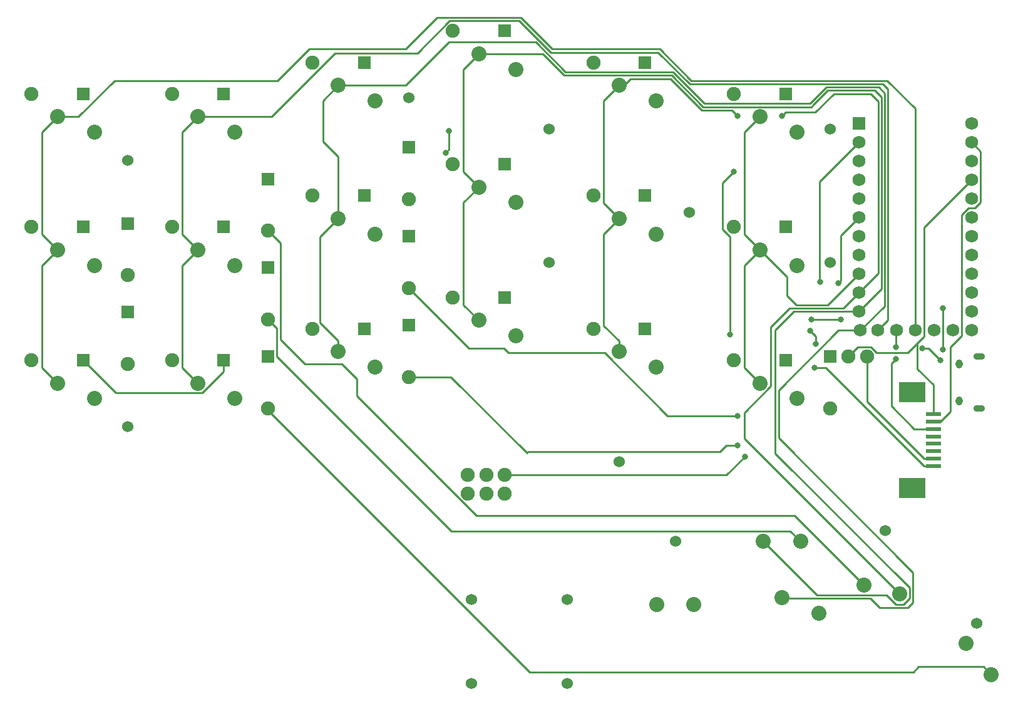
<source format=gbr>
%TF.GenerationSoftware,KiCad,Pcbnew,(6.0.4)*%
%TF.CreationDate,2023-12-03T23:36:56-08:00*%
%TF.ProjectId,left,6c656674-2e6b-4696-9361-645f70636258,v1.0.0*%
%TF.SameCoordinates,Original*%
%TF.FileFunction,Copper,L2,Bot*%
%TF.FilePolarity,Positive*%
%FSLAX46Y46*%
G04 Gerber Fmt 4.6, Leading zero omitted, Abs format (unit mm)*
G04 Created by KiCad (PCBNEW (6.0.4)) date 2023-12-03 23:36:56*
%MOMM*%
%LPD*%
G01*
G04 APERTURE LIST*
%TA.AperFunction,SMDPad,CuDef*%
%ADD10R,2.000000X0.610000*%
%TD*%
%TA.AperFunction,SMDPad,CuDef*%
%ADD11R,3.600000X2.680000*%
%TD*%
%TA.AperFunction,ComponentPad*%
%ADD12O,0.950000X1.250000*%
%TD*%
%TA.AperFunction,ComponentPad*%
%ADD13O,1.550000X0.890000*%
%TD*%
%TA.AperFunction,ComponentPad*%
%ADD14C,2.032000*%
%TD*%
%TA.AperFunction,ComponentPad*%
%ADD15C,1.905000*%
%TD*%
%TA.AperFunction,ComponentPad*%
%ADD16R,1.778000X1.778000*%
%TD*%
%TA.AperFunction,ComponentPad*%
%ADD17R,1.752600X1.752600*%
%TD*%
%TA.AperFunction,ComponentPad*%
%ADD18C,1.752600*%
%TD*%
%TA.AperFunction,ComponentPad*%
%ADD19C,1.524000*%
%TD*%
%TA.AperFunction,ViaPad*%
%ADD20C,0.800000*%
%TD*%
%TA.AperFunction,Conductor*%
%ADD21C,0.250000*%
%TD*%
G04 APERTURE END LIST*
D10*
%TO.P,,1*%
%TO.N,D2*%
X268450000Y-155300000D03*
%TO.P,,2*%
%TO.N,trackpoint_reset*%
X268450000Y-154300000D03*
%TO.P,,3*%
%TO.N,N/C*%
X268450000Y-153300000D03*
%TO.P,,4*%
X268450000Y-152300000D03*
%TO.P,,5*%
X268450000Y-151300000D03*
%TO.P,,6*%
%TO.N,D5*%
X268450000Y-150300000D03*
%TO.P,,7*%
%TO.N,GND*%
X268450000Y-149300000D03*
%TO.P,,8*%
%TO.N,VCC*%
X268450000Y-148300000D03*
D11*
%TO.P,,MP*%
%TO.N,N/C*%
X265650000Y-145310000D03*
X265650000Y-158290000D03*
%TD*%
D12*
%TO.P,,6*%
%TO.N,N/C*%
X272000000Y-141500000D03*
D13*
X274700000Y-140500000D03*
D12*
X272000000Y-146500000D03*
D13*
X274700000Y-147500000D03*
%TD*%
D14*
%TO.P,M2,1*%
%TO.N,mr_diode*%
X259074261Y-171395195D03*
%TO.P,M2,2*%
%TO.N,E6*%
X263925739Y-172604805D03*
%TD*%
%TO.P,S1,1*%
%TO.N,outer_bottom*%
X155000000Y-146200000D03*
%TO.P,S1,2*%
%TO.N,C7*%
X150000000Y-144100000D03*
%TD*%
%TO.P,S2,1*%
%TO.N,outer_home*%
X155000000Y-128200000D03*
%TO.P,S2,2*%
%TO.N,C7*%
X150000000Y-126100000D03*
%TD*%
%TO.P,S3,1*%
%TO.N,outer_top*%
X155000000Y-110200000D03*
%TO.P,S3,2*%
%TO.N,C7*%
X150000000Y-108100000D03*
%TD*%
%TO.P,S4,1*%
%TO.N,pinky_bottom*%
X174000000Y-146200000D03*
%TO.P,S4,2*%
%TO.N,B7*%
X169000000Y-144100000D03*
%TD*%
%TO.P,S5,1*%
%TO.N,pinky_home*%
X174000000Y-128200000D03*
%TO.P,S5,2*%
%TO.N,B7*%
X169000000Y-126100000D03*
%TD*%
%TO.P,S6,1*%
%TO.N,pinky_top*%
X174000000Y-110200000D03*
%TO.P,S6,2*%
%TO.N,B7*%
X169000000Y-108100000D03*
%TD*%
%TO.P,S7,1*%
%TO.N,ring_bottom*%
X193000000Y-141950000D03*
%TO.P,S7,2*%
%TO.N,B5*%
X188000000Y-139850000D03*
%TD*%
%TO.P,S8,1*%
%TO.N,ring_home*%
X193000000Y-123950000D03*
%TO.P,S8,2*%
%TO.N,B5*%
X188000000Y-121850000D03*
%TD*%
%TO.P,S9,1*%
%TO.N,ring_top*%
X193000000Y-105950000D03*
%TO.P,S9,2*%
%TO.N,B5*%
X188000000Y-103850000D03*
%TD*%
%TO.P,S10,1*%
%TO.N,middle_bottom*%
X212000000Y-137700000D03*
%TO.P,S10,2*%
%TO.N,B4*%
X207000000Y-135600000D03*
%TD*%
%TO.P,S11,1*%
%TO.N,middle_home*%
X212000000Y-119700000D03*
%TO.P,S11,2*%
%TO.N,B4*%
X207000000Y-117600000D03*
%TD*%
%TO.P,S12,1*%
%TO.N,middle_top*%
X212000000Y-101700000D03*
%TO.P,S12,2*%
%TO.N,B4*%
X207000000Y-99600000D03*
%TD*%
%TO.P,S13,1*%
%TO.N,index_bottom*%
X231000000Y-141950000D03*
%TO.P,S13,2*%
%TO.N,E6*%
X226000000Y-139850000D03*
%TD*%
%TO.P,S14,1*%
%TO.N,index_home*%
X231000000Y-123950000D03*
%TO.P,S14,2*%
%TO.N,E6*%
X226000000Y-121850000D03*
%TD*%
%TO.P,S15,1*%
%TO.N,index_top*%
X231000000Y-105950000D03*
%TO.P,S15,2*%
%TO.N,E6*%
X226000000Y-103850000D03*
%TD*%
%TO.P,S16,1*%
%TO.N,inner_bottom*%
X250000000Y-146200000D03*
%TO.P,S16,2*%
%TO.N,D7*%
X245000000Y-144100000D03*
%TD*%
%TO.P,S17,1*%
%TO.N,inner_home*%
X250000000Y-128200000D03*
%TO.P,S17,2*%
%TO.N,D7*%
X245000000Y-126100000D03*
%TD*%
%TO.P,S18,1*%
%TO.N,inner_top*%
X250000000Y-110200000D03*
%TO.P,S18,2*%
%TO.N,D7*%
X245000000Y-108100000D03*
%TD*%
%TO.P,S19,1*%
%TO.N,inner_thumb*%
X253000000Y-175200000D03*
%TO.P,S19,2*%
%TO.N,B5*%
X248000000Y-173100000D03*
%TD*%
%TO.P,S20,1*%
%TO.N,far_thumb*%
X276311976Y-183505609D03*
%TO.P,S20,2*%
%TO.N,D7*%
X272883128Y-179304061D03*
%TD*%
D15*
%TO.P,D1,1*%
%TO.N,outer_bottom*%
X146500000Y-141000000D03*
D16*
%TO.P,D1,2*%
%TO.N,C6*%
X153500000Y-141000000D03*
%TD*%
D15*
%TO.P,D2,1*%
%TO.N,outer_home*%
X146500000Y-123000000D03*
D16*
%TO.P,D2,2*%
%TO.N,D4*%
X153500000Y-123000000D03*
%TD*%
D15*
%TO.P,D3,1*%
%TO.N,outer_top*%
X146500000Y-105000000D03*
D16*
%TO.P,D3,2*%
%TO.N,D3*%
X153500000Y-105000000D03*
%TD*%
D15*
%TO.P,D4,1*%
%TO.N,pinky_bottom*%
X165500000Y-141000000D03*
D16*
%TO.P,D4,2*%
%TO.N,C6*%
X172500000Y-141000000D03*
%TD*%
D15*
%TO.P,D5,1*%
%TO.N,pinky_home*%
X165500000Y-123000000D03*
D16*
%TO.P,D5,2*%
%TO.N,D4*%
X172500000Y-123000000D03*
%TD*%
D15*
%TO.P,D6,1*%
%TO.N,pinky_top*%
X165500000Y-105000000D03*
D16*
%TO.P,D6,2*%
%TO.N,D3*%
X172500000Y-105000000D03*
%TD*%
D15*
%TO.P,D7,1*%
%TO.N,ring_bottom*%
X184500000Y-136750000D03*
D16*
%TO.P,D7,2*%
%TO.N,C6*%
X191500000Y-136750000D03*
%TD*%
D15*
%TO.P,D8,1*%
%TO.N,ring_home*%
X184500000Y-118750000D03*
D16*
%TO.P,D8,2*%
%TO.N,D4*%
X191500000Y-118750000D03*
%TD*%
D15*
%TO.P,D9,1*%
%TO.N,ring_top*%
X184500000Y-100750000D03*
D16*
%TO.P,D9,2*%
%TO.N,D3*%
X191500000Y-100750000D03*
%TD*%
D15*
%TO.P,D10,1*%
%TO.N,middle_bottom*%
X203500000Y-132500000D03*
D16*
%TO.P,D10,2*%
%TO.N,C6*%
X210500000Y-132500000D03*
%TD*%
D15*
%TO.P,D11,1*%
%TO.N,middle_home*%
X203500000Y-114500000D03*
D16*
%TO.P,D11,2*%
%TO.N,D4*%
X210500000Y-114500000D03*
%TD*%
D15*
%TO.P,D12,1*%
%TO.N,middle_top*%
X203500000Y-96500000D03*
D16*
%TO.P,D12,2*%
%TO.N,D3*%
X210500000Y-96500000D03*
%TD*%
D15*
%TO.P,D13,1*%
%TO.N,index_bottom*%
X222500000Y-136750000D03*
D16*
%TO.P,D13,2*%
%TO.N,C6*%
X229500000Y-136750000D03*
%TD*%
D15*
%TO.P,D14,1*%
%TO.N,index_home*%
X222500000Y-118750000D03*
D16*
%TO.P,D14,2*%
%TO.N,D4*%
X229500000Y-118750000D03*
%TD*%
D15*
%TO.P,D15,1*%
%TO.N,index_top*%
X222500000Y-100750000D03*
D16*
%TO.P,D15,2*%
%TO.N,D3*%
X229500000Y-100750000D03*
%TD*%
D15*
%TO.P,D16,1*%
%TO.N,inner_bottom*%
X241500000Y-141000000D03*
D16*
%TO.P,D16,2*%
%TO.N,C6*%
X248500000Y-141000000D03*
%TD*%
D15*
%TO.P,D17,1*%
%TO.N,inner_home*%
X241500000Y-123000000D03*
D16*
%TO.P,D17,2*%
%TO.N,D4*%
X248500000Y-123000000D03*
%TD*%
D15*
%TO.P,D18,1*%
%TO.N,inner_top*%
X241500000Y-105000000D03*
D16*
%TO.P,D18,2*%
%TO.N,D3*%
X248500000Y-105000000D03*
%TD*%
D17*
%TO.P,,1*%
%TO.N,D3*%
X258380000Y-109030000D03*
D18*
%TO.P,,2*%
%TO.N,D2*%
X258380000Y-111570000D03*
%TO.P,,3*%
%TO.N,GND*%
X258380000Y-114110000D03*
%TO.P,,4*%
X258380000Y-116650000D03*
%TO.P,,5*%
%TO.N,D1*%
X258380000Y-119190000D03*
%TO.P,,6*%
%TO.N,D0*%
X258380000Y-121730000D03*
%TO.P,,7*%
%TO.N,D4*%
X258380000Y-124270000D03*
%TO.P,,8*%
%TO.N,C6*%
X258380000Y-126810000D03*
%TO.P,,9*%
%TO.N,D7*%
X258380000Y-129350000D03*
%TO.P,,10*%
%TO.N,E6*%
X258380000Y-131890000D03*
%TO.P,,11*%
%TO.N,B4*%
X258380000Y-134430000D03*
%TO.P,,12*%
%TO.N,B5*%
X258608600Y-136970000D03*
%TO.P,,13*%
%TO.N,B6*%
X273620000Y-136970000D03*
%TO.P,,14*%
%TO.N,B2*%
X273620000Y-134430000D03*
%TO.P,,15*%
%TO.N,B3*%
X273620000Y-131890000D03*
%TO.P,,16*%
%TO.N,B1*%
X273620000Y-129350000D03*
%TO.P,,17*%
%TO.N,F7*%
X273620000Y-126810000D03*
%TO.P,,18*%
%TO.N,F6*%
X273620000Y-124270000D03*
%TO.P,,19*%
%TO.N,F5*%
X273620000Y-121730000D03*
%TO.P,,20*%
%TO.N,F4*%
X273620000Y-119190000D03*
%TO.P,,21*%
%TO.N,VCC*%
X273620000Y-116650000D03*
%TO.P,,22*%
%TO.N,RST*%
X273620000Y-114110000D03*
%TO.P,,23*%
%TO.N,GND*%
X273620000Y-111570000D03*
%TO.P,,24*%
%TO.N,B0*%
X273620000Y-109030000D03*
%TO.P,,25*%
%TO.N,B7*%
X260920000Y-136970000D03*
%TO.P,,26*%
%TO.N,D5*%
X263460000Y-136970000D03*
%TO.P,,27*%
%TO.N,C7*%
X266000000Y-136970000D03*
%TO.P,,28*%
%TO.N,F1*%
X268540000Y-136970000D03*
%TO.P,,29*%
%TO.N,F0*%
X271080000Y-136970000D03*
%TD*%
D14*
%TO.P,M1,1*%
%TO.N,B7*%
X231100000Y-174000000D03*
%TO.P,M1,2*%
%TO.N,ml_diode*%
X236100000Y-174000000D03*
%TD*%
%TO.P,M3,1*%
%TO.N,B4*%
X245500000Y-165500000D03*
%TO.P,M3,2*%
%TO.N,mm_diode*%
X250500000Y-165500000D03*
%TD*%
D19*
%TO.P,,1*%
%TO.N,N/C*%
X262000000Y-164000000D03*
%TD*%
%TO.P,,1*%
%TO.N,N/C*%
X233600000Y-165500000D03*
%TD*%
D15*
%TO.P,D21,1*%
%TO.N,ml_diode*%
X159500000Y-129500000D03*
D16*
%TO.P,D21,2*%
%TO.N,F1*%
X159500000Y-122500000D03*
%TD*%
D15*
%TO.P,D22,1*%
%TO.N,inner_thumb*%
X159500000Y-141500000D03*
D16*
%TO.P,D22,2*%
%TO.N,F1*%
X159500000Y-134500000D03*
%TD*%
D15*
%TO.P,D23,1*%
%TO.N,mr_diode*%
X178500000Y-123500000D03*
D16*
%TO.P,D23,2*%
%TO.N,F1*%
X178500000Y-116500000D03*
%TD*%
D15*
%TO.P,D24,1*%
%TO.N,mm_diode*%
X178500000Y-135500000D03*
D16*
%TO.P,D24,2*%
%TO.N,F1*%
X178500000Y-128500000D03*
%TD*%
D15*
%TO.P,D25,1*%
%TO.N,far_thumb*%
X178500000Y-147500000D03*
D16*
%TO.P,D25,2*%
%TO.N,F1*%
X178500000Y-140500000D03*
%TD*%
D15*
%TO.P,D26,1*%
%TO.N,trackpoint_reset*%
X197500000Y-143250000D03*
D16*
%TO.P,D26,2*%
%TO.N,GND*%
X197500000Y-136250000D03*
%TD*%
D15*
%TO.P,D27,1*%
%TO.N,VCC*%
X197500000Y-131250000D03*
D16*
%TO.P,D27,2*%
%TO.N,D2*%
X197500000Y-124250000D03*
%TD*%
D15*
%TO.P,D28,1*%
%TO.N,VCC*%
X197500000Y-119250000D03*
D16*
%TO.P,D28,2*%
%TO.N,D5*%
X197500000Y-112250000D03*
%TD*%
D15*
%TO.P,D29,0*%
%TO.N,B4*%
X205500000Y-159000000D03*
%TO.P,D29,1*%
%TO.N,B5*%
X208000000Y-159000000D03*
%TO.P,D29,2*%
%TO.N,B7*%
X210500000Y-159000000D03*
%TO.P,D29,3*%
%TO.N,E6*%
X205500000Y-156500000D03*
%TO.P,D29,4*%
%TO.N,D7*%
X208000000Y-156500000D03*
%TO.P,D29,5*%
%TO.N,F0*%
X210500000Y-156500000D03*
%TD*%
D19*
%TO.P,,1*%
%TO.N,N/C*%
X219000000Y-173300000D03*
%TD*%
%TO.P,,1*%
%TO.N,N/C*%
X219000000Y-184700000D03*
%TD*%
%TO.P,,1*%
%TO.N,N/C*%
X206000000Y-173300000D03*
%TD*%
%TO.P,,1*%
%TO.N,N/C*%
X206000000Y-184700000D03*
%TD*%
%TO.P,,1*%
%TO.N,N/C*%
X235500000Y-121000000D03*
%TD*%
%TO.P,,1*%
%TO.N,N/C*%
X159500000Y-114000000D03*
%TD*%
%TO.P,,1*%
%TO.N,N/C*%
X159500000Y-150000000D03*
%TD*%
%TO.P,,1*%
%TO.N,N/C*%
X197500000Y-105500000D03*
%TD*%
%TO.P,,1*%
%TO.N,N/C*%
X274338490Y-176566923D03*
%TD*%
%TO.P,,1*%
%TO.N,N/C*%
X216500000Y-109750000D03*
%TD*%
%TO.P,,1*%
%TO.N,N/C*%
X216500000Y-127750000D03*
%TD*%
%TO.P,,1*%
%TO.N,N/C*%
X254500000Y-127750000D03*
%TD*%
%TO.P,,1*%
%TO.N,N/C*%
X254500000Y-109750000D03*
%TD*%
%TO.P,,1*%
%TO.N,N/C*%
X226000000Y-154750000D03*
%TD*%
D15*
%TO.P,D30,1*%
%TO.N,VCC*%
X254500000Y-147500000D03*
D16*
%TO.P,D30,2*%
%TO.N,D0*%
X254500000Y-140500000D03*
%TD*%
D15*
%TO.P,,1*%
%TO.N,VCC*%
X257000000Y-140500000D03*
%TD*%
%TO.P,,1*%
%TO.N,trackpoint_reset*%
X259500000Y-140500000D03*
%TD*%
D20*
%TO.N,D2*%
X253200000Y-130400000D03*
X251800000Y-137000000D03*
X252600000Y-138800000D03*
X252400000Y-142000000D03*
%TO.N,D5*%
X263400000Y-140800000D03*
X263400000Y-139200000D03*
%TO.N,D1*%
X269800000Y-139600000D03*
X269800000Y-134000000D03*
%TO.N,D0*%
X267000000Y-139400000D03*
X269400000Y-141000000D03*
%TO.N,trackpoint_reset*%
X242000000Y-152500000D03*
%TO.N,GND*%
X241500000Y-115500000D03*
X241000000Y-137500000D03*
%TO.N,VCC*%
X242000000Y-148500000D03*
%TO.N,F1*%
X256000000Y-135500000D03*
X252000000Y-135500000D03*
%TO.N,F0*%
X243000000Y-154000000D03*
%TO.N,D0*%
X255607299Y-130607299D03*
%TO.N,D2*%
X203000000Y-110000000D03*
X202500000Y-113000000D03*
%TO.N,E6*%
X248000000Y-108000000D03*
X242000000Y-108000000D03*
%TD*%
D21*
%TO.N,D2*%
X253105479Y-130305479D02*
X253105479Y-116844521D01*
X253105479Y-116844521D02*
X258380000Y-111570000D01*
X253200000Y-130400000D02*
X253105479Y-130305479D01*
X252600000Y-137800000D02*
X251800000Y-137000000D01*
X252600000Y-138800000D02*
X252600000Y-137800000D01*
%TO.N,D7*%
X254199040Y-133530960D02*
X258380000Y-129350000D01*
X248675489Y-132275489D02*
X249930960Y-133530960D01*
X249930960Y-133530960D02*
X254199040Y-133530960D01*
X245000000Y-126100000D02*
X248675489Y-129775489D01*
X248675489Y-129775489D02*
X248675489Y-132275489D01*
%TO.N,E6*%
X242910979Y-151590045D02*
X263925739Y-172604805D01*
X242910979Y-148089021D02*
X242910979Y-151590045D01*
X249019520Y-133980480D02*
X246500000Y-136500000D01*
X256289520Y-133980480D02*
X249019520Y-133980480D01*
X258380000Y-131890000D02*
X256289520Y-133980480D01*
X246500000Y-136500000D02*
X246500000Y-144500000D01*
X246500000Y-144500000D02*
X242910979Y-148089021D01*
%TO.N,D2*%
X267200000Y-155300000D02*
X268450000Y-155300000D01*
X253900000Y-142000000D02*
X267200000Y-155300000D01*
X252400000Y-142000000D02*
X253900000Y-142000000D01*
X268450000Y-155300000D02*
X267564283Y-155300000D01*
%TO.N,trackpoint_reset*%
X259500000Y-146600000D02*
X259500000Y-140500000D01*
X267200000Y-154300000D02*
X259500000Y-146600000D01*
X268450000Y-154300000D02*
X267200000Y-154300000D01*
%TO.N,D5*%
X262800000Y-141400000D02*
X263400000Y-140800000D01*
X262800000Y-147200000D02*
X262800000Y-141400000D01*
X265900000Y-150300000D02*
X262800000Y-147200000D01*
X268450000Y-150300000D02*
X265900000Y-150300000D01*
%TO.N,VCC*%
X266275489Y-138724511D02*
X266900000Y-138100000D01*
X268450000Y-144320978D02*
X266275489Y-142146467D01*
X266275489Y-142146467D02*
X266275489Y-138724511D01*
X268450000Y-148300000D02*
X268450000Y-144320978D01*
X266900000Y-138100000D02*
X265000000Y-140000000D01*
X267200811Y-137799189D02*
X266900000Y-138100000D01*
%TO.N,D5*%
X263400000Y-137030000D02*
X263460000Y-136970000D01*
X263400000Y-139200000D02*
X263400000Y-137030000D01*
%TO.N,VCC*%
X258277011Y-139222989D02*
X257000000Y-140500000D01*
X260805967Y-140000000D02*
X260028956Y-139222989D01*
X260028956Y-139222989D02*
X258277011Y-139222989D01*
X267200811Y-123069189D02*
X267200811Y-137799189D01*
X265000000Y-140000000D02*
X260805967Y-140000000D01*
X273620000Y-116650000D02*
X267200811Y-123069189D01*
%TO.N,GND*%
X274820811Y-112770811D02*
X273620000Y-111570000D01*
X274820811Y-119687393D02*
X274820811Y-112770811D01*
X274117393Y-120390811D02*
X274820811Y-119687393D01*
X273260985Y-120390811D02*
X274117393Y-120390811D01*
X272280811Y-121370985D02*
X273260985Y-120390811D01*
X272280811Y-137719189D02*
X272280811Y-121370985D01*
X270800000Y-139200000D02*
X272280811Y-137719189D01*
X270800000Y-147904022D02*
X270800000Y-139200000D01*
X269404022Y-149300000D02*
X270800000Y-147904022D01*
X268450000Y-149300000D02*
X269404022Y-149300000D01*
%TO.N,D1*%
X269800000Y-134000000D02*
X269800000Y-139600000D01*
%TO.N,D0*%
X267800000Y-139400000D02*
X267000000Y-139400000D01*
X269400000Y-141000000D02*
X267800000Y-139400000D01*
%TO.N,trackpoint_reset*%
X240500000Y-152500000D02*
X242000000Y-152500000D01*
X239644521Y-153355479D02*
X240500000Y-152500000D01*
X213644521Y-153355479D02*
X239644521Y-153355479D01*
X213500000Y-153500000D02*
X213644521Y-153355479D01*
X203250000Y-143250000D02*
X213500000Y-153500000D01*
X197500000Y-143250000D02*
X203250000Y-143250000D01*
%TO.N,GND*%
X240000000Y-117000000D02*
X241500000Y-115500000D01*
X241000000Y-124305967D02*
X240000000Y-123305967D01*
X240000000Y-123305967D02*
X240000000Y-117000000D01*
X241000000Y-137500000D02*
X241000000Y-124305967D01*
%TO.N,VCC*%
X210410979Y-139410979D02*
X205660979Y-139410979D01*
X224000000Y-140000000D02*
X211000000Y-140000000D01*
X211000000Y-140000000D02*
X210410979Y-139410979D01*
X232500000Y-148500000D02*
X224000000Y-140000000D01*
X205660979Y-139410979D02*
X197500000Y-131250000D01*
X242000000Y-148500000D02*
X232500000Y-148500000D01*
%TO.N,F1*%
X252000000Y-135500000D02*
X256000000Y-135500000D01*
%TO.N,F0*%
X210500000Y-156500000D02*
X240500000Y-156500000D01*
X240500000Y-156500000D02*
X243000000Y-154000000D01*
%TO.N,D0*%
X256000000Y-124110000D02*
X258380000Y-121730000D01*
X256000000Y-130214598D02*
X256000000Y-124110000D01*
X255607299Y-130607299D02*
X256000000Y-130214598D01*
%TO.N,D2*%
X203000000Y-112500000D02*
X202500000Y-113000000D01*
X203000000Y-110000000D02*
X203000000Y-112500000D01*
%TO.N,C6*%
X172500000Y-142500000D02*
X172500000Y-141000000D01*
X169559489Y-145440511D02*
X172500000Y-142500000D01*
X157940511Y-145440511D02*
X169559489Y-145440511D01*
X153500000Y-141000000D02*
X157940511Y-145440511D01*
%TO.N,B5*%
X255602978Y-136970000D02*
X258608600Y-136970000D01*
X247538541Y-145034437D02*
X255602978Y-136970000D01*
X265050480Y-174449520D02*
X265715770Y-173784230D01*
X265715770Y-173784230D02*
X265715770Y-169715770D01*
X247538541Y-151538541D02*
X247538541Y-145034437D01*
X261214785Y-174449520D02*
X265050480Y-174449520D01*
X259950491Y-173185226D02*
X261214785Y-174449520D01*
X265715770Y-169715770D02*
X247538541Y-151538541D01*
X248000000Y-173100000D02*
X248085226Y-173185226D01*
X248085226Y-173185226D02*
X259950491Y-173185226D01*
%TO.N,B4*%
X249570000Y-134430000D02*
X258380000Y-134430000D01*
X247089021Y-136910979D02*
X249570000Y-134430000D01*
X265266250Y-171766250D02*
X247089021Y-153589021D01*
X265266250Y-173160064D02*
X265266250Y-171766250D01*
X262160870Y-172735706D02*
X263425164Y-174000000D01*
X247089021Y-153589021D02*
X247089021Y-136910979D01*
X245500000Y-165500000D02*
X252735706Y-172735706D01*
X252735706Y-172735706D02*
X262160870Y-172735706D01*
X264426314Y-174000000D02*
X265266250Y-173160064D01*
X263425164Y-174000000D02*
X264426314Y-174000000D01*
%TO.N,mr_diode*%
X180163031Y-125163031D02*
X178500000Y-123500000D01*
X180163031Y-138163031D02*
X180163031Y-125163031D01*
X183500000Y-141500000D02*
X180163031Y-138163031D01*
X188500000Y-141500000D02*
X183500000Y-141500000D01*
X190500000Y-143500000D02*
X188500000Y-141500000D01*
X190500000Y-145805967D02*
X190500000Y-143500000D01*
X206694033Y-162000000D02*
X190500000Y-145805967D01*
X249679066Y-162000000D02*
X206694033Y-162000000D01*
X259074261Y-171395195D02*
X249679066Y-162000000D01*
%TO.N,mm_diode*%
X179713511Y-136713511D02*
X178500000Y-135500000D01*
X179713511Y-140500000D02*
X179713511Y-136713511D01*
X203318990Y-164105479D02*
X179713511Y-140500000D01*
X249105479Y-164105479D02*
X203318990Y-164105479D01*
X250500000Y-165500000D02*
X249105479Y-164105479D01*
%TO.N,far_thumb*%
X178500000Y-147772152D02*
X178500000Y-147500000D01*
X213884627Y-183156779D02*
X178500000Y-147772152D01*
X266496969Y-182424431D02*
X265764621Y-183156779D01*
X265764621Y-183156779D02*
X213884627Y-183156779D01*
X275230798Y-182424431D02*
X266496969Y-182424431D01*
X276311976Y-183505609D02*
X275230798Y-182424431D01*
%TO.N,C7*%
X266000000Y-107000000D02*
X266000000Y-136970000D01*
X262199520Y-103199520D02*
X266000000Y-107000000D01*
X231449520Y-98949520D02*
X235699520Y-103199520D01*
X216917357Y-98949520D02*
X231449520Y-98949520D01*
X235699520Y-103199520D02*
X262199520Y-103199520D01*
X197082643Y-98949520D02*
X201332643Y-94699520D01*
X184050480Y-98949520D02*
X197082643Y-98949520D01*
X179800480Y-103199520D02*
X184050480Y-98949520D01*
X152827022Y-108100000D02*
X157727502Y-103199520D01*
X157727502Y-103199520D02*
X179800480Y-103199520D01*
X201332643Y-94699520D02*
X212667357Y-94699520D01*
X212667357Y-94699520D02*
X216917357Y-98949520D01*
X150000000Y-108100000D02*
X152827022Y-108100000D01*
%TO.N,B7*%
X262348560Y-135541440D02*
X260920000Y-136970000D01*
X262348560Y-104348560D02*
X262348560Y-135541440D01*
X261649040Y-103649040D02*
X262348560Y-104348560D01*
X235513323Y-103649040D02*
X261649040Y-103649040D01*
X212481159Y-95149040D02*
X216731160Y-99399040D01*
X203044993Y-95149040D02*
X212481159Y-95149040D01*
X198694033Y-99500000D02*
X203044993Y-95149040D01*
X187555967Y-99500000D02*
X198694033Y-99500000D01*
X216731160Y-99399040D02*
X231263322Y-99399040D01*
X178955967Y-108100000D02*
X187555967Y-99500000D01*
X231263322Y-99399040D02*
X235513323Y-103649040D01*
X169000000Y-108100000D02*
X178955967Y-108100000D01*
%TO.N,B5*%
X261899040Y-133679560D02*
X258608600Y-136970000D01*
X261899040Y-104899040D02*
X261899040Y-133679560D01*
X261098560Y-104098560D02*
X261899040Y-104899040D01*
X254000000Y-104098560D02*
X261098560Y-104098560D01*
X251821549Y-106277011D02*
X254000000Y-104098560D01*
X218723412Y-102027011D02*
X233255575Y-102027011D01*
X233255575Y-102027011D02*
X234614283Y-103385718D01*
X234614283Y-103385718D02*
X237505576Y-106277011D01*
X237505576Y-106277011D02*
X251821549Y-106277011D01*
X214696401Y-98000000D02*
X218723412Y-102027011D01*
X197150000Y-103850000D02*
X203000000Y-98000000D01*
X203000000Y-98000000D02*
X214696401Y-98000000D01*
X188000000Y-103850000D02*
X197150000Y-103850000D01*
%TO.N,B4*%
X261449520Y-131360480D02*
X258380000Y-134430000D01*
X261449520Y-105449520D02*
X261449520Y-131360480D01*
X260548080Y-104548080D02*
X261449520Y-105449520D01*
X254186197Y-104548080D02*
X260548080Y-104548080D01*
X251974789Y-106759489D02*
X252271069Y-106463208D01*
X252271069Y-106463208D02*
X254186197Y-104548080D01*
X233069377Y-102476531D02*
X237352336Y-106759489D01*
X237352336Y-106759489D02*
X251974789Y-106759489D01*
X218537215Y-102476531D02*
X233069377Y-102476531D01*
X215660683Y-99600000D02*
X218537215Y-102476531D01*
X207000000Y-99600000D02*
X215660683Y-99600000D01*
%TO.N,E6*%
X260000000Y-105000000D02*
X261000000Y-106000000D01*
X255000000Y-105000000D02*
X260000000Y-105000000D01*
X252500000Y-107500000D02*
X255000000Y-105000000D01*
X261000000Y-106000000D02*
X261000000Y-129270000D01*
X261000000Y-129270000D02*
X258380000Y-131890000D01*
X248500000Y-107500000D02*
X252500000Y-107500000D01*
X248000000Y-108000000D02*
X248500000Y-107500000D01*
X241209009Y-107209009D02*
X242000000Y-108000000D01*
X237166139Y-107209009D02*
X241209009Y-107209009D01*
X227500000Y-103000000D02*
X232957128Y-103000000D01*
X226650000Y-103850000D02*
X227500000Y-103000000D01*
X232957128Y-103000000D02*
X237166139Y-107209009D01*
X226000000Y-103850000D02*
X226650000Y-103850000D01*
%TO.N,C7*%
X147910979Y-124010979D02*
X147910979Y-110189021D01*
X147910979Y-110189021D02*
X150000000Y-108100000D01*
X150000000Y-126100000D02*
X147910979Y-124010979D01*
X147910979Y-142010979D02*
X147910979Y-128189021D01*
X147910979Y-128189021D02*
X150000000Y-126100000D01*
X150000000Y-144100000D02*
X147910979Y-142010979D01*
%TO.N,B7*%
X166910979Y-142010979D02*
X169000000Y-144100000D01*
X166910979Y-128189021D02*
X166910979Y-142010979D01*
X169000000Y-126100000D02*
X166910979Y-128189021D01*
X166910979Y-124010979D02*
X169000000Y-126100000D01*
X169000000Y-108100000D02*
X166910979Y-110189021D01*
X166910979Y-110189021D02*
X166910979Y-124010979D01*
%TO.N,B5*%
X185910979Y-111427971D02*
X185910979Y-105939021D01*
X188000000Y-113516992D02*
X185910979Y-111427971D01*
X188000000Y-121850000D02*
X188000000Y-113516992D01*
X185910979Y-105939021D02*
X188000000Y-103850000D01*
X185500000Y-135913160D02*
X185500000Y-124350000D01*
X188000000Y-138413160D02*
X185500000Y-135913160D01*
X188000000Y-139850000D02*
X188000000Y-138413160D01*
X185500000Y-124350000D02*
X188000000Y-121850000D01*
%TO.N,B4*%
X204910979Y-133510979D02*
X207000000Y-135600000D01*
X204910979Y-119689021D02*
X204910979Y-133510979D01*
X207000000Y-117600000D02*
X204910979Y-119689021D01*
X204910979Y-101689021D02*
X204910979Y-115510979D01*
X204910979Y-115510979D02*
X207000000Y-117600000D01*
X207000000Y-99600000D02*
X204910979Y-101689021D01*
%TO.N,E6*%
X223910979Y-119760979D02*
X223910979Y-105939021D01*
X223910979Y-105939021D02*
X226000000Y-103850000D01*
X226000000Y-121850000D02*
X223910979Y-119760979D01*
X223910979Y-136324139D02*
X223910979Y-123939021D01*
X223910979Y-123939021D02*
X226000000Y-121850000D01*
X226000000Y-138413160D02*
X223910979Y-136324139D01*
X226000000Y-139850000D02*
X226000000Y-138413160D01*
%TO.N,D7*%
X242910979Y-142010979D02*
X245000000Y-144100000D01*
X245000000Y-126100000D02*
X242910979Y-128189021D01*
X242910979Y-128189021D02*
X242910979Y-142010979D01*
X242910979Y-110189021D02*
X242910979Y-124010979D01*
X242910979Y-124010979D02*
X245000000Y-126100000D01*
X245000000Y-108100000D02*
X242910979Y-110189021D01*
%TD*%
M02*

</source>
